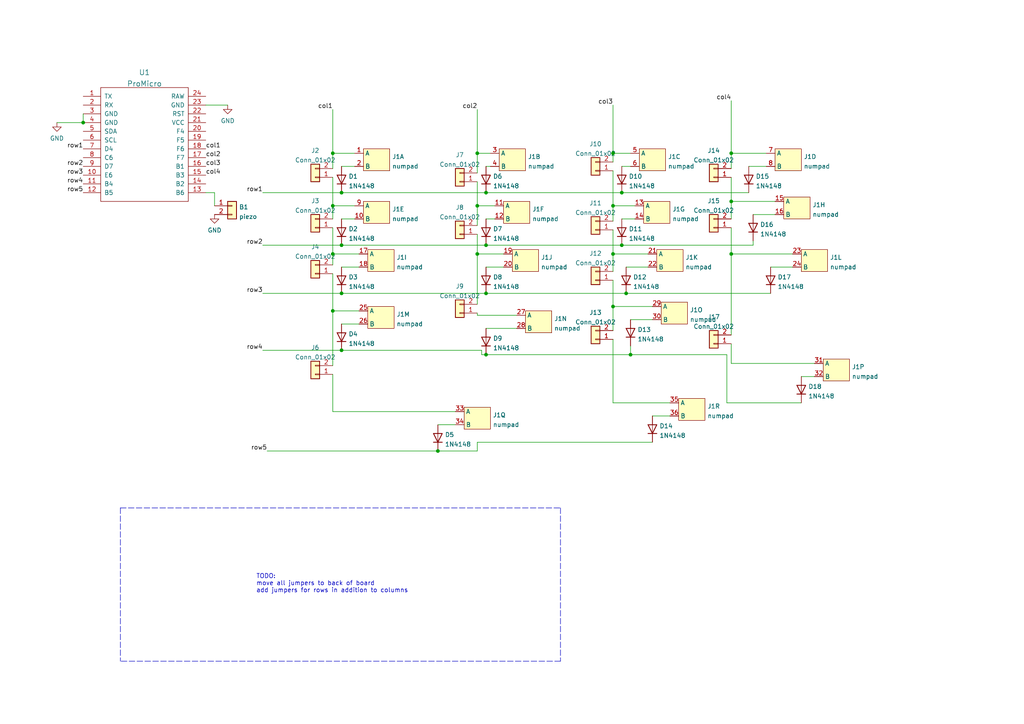
<source format=kicad_sch>
(kicad_sch (version 20211123) (generator eeschema)
  (paper "A4")
  (lib_symbols
    (symbol "Connector_Generic:Conn_01x02" (pin_names (offset 1.016) hide)
      (property "Reference" "J" (at 0 2.54 0))
      (property "Value" "Conn_01x02" (at 0 -5.08 0))
      (symbol "Conn_01x02_1_1"
        (rectangle (start -1.27 -2.413) (end 0 -2.667) (stroke (width 0.1524)))
        (rectangle (start -1.27 0.127) (end 0 -0.127) (stroke (width 0.1524)))
        (rectangle (start -1.27 1.27) (end 1.27 -3.81) (stroke (width 0.254)) (fill (type background)))
        (pin passive line (at -5.08 0 0) (length 3.81) (name "Pin_1") (number "1"))
        (pin passive line (at -5.08 -2.54 0) (length 3.81) (name "Pin_2") (number "2"))
      )
    )
    (symbol "Diode:1N4148" (pin_numbers hide) (pin_names (offset 1.016) hide)
      (property "Reference" "D" (at 0 2.54 0))
      (property "Value" "1N4148" (at 0 -2.54 0))
      (symbol "1N4148_0_1"
        (polyline (pts (xy -1.27 1.27) (xy -1.27 -1.27)) (stroke (width 0.254)))
        (polyline (pts (xy 1.27 0) (xy -1.27 0)))
        (polyline (pts (xy 1.27 1.27) (xy 1.27 -1.27) (xy -1.27 0) (xy 1.27 1.27)) (stroke (width 0.254)))
      )
      (symbol "1N4148_1_1"
        (pin passive line (at -3.81 0 0) (length 2.54) (name "K") (number "1"))
        (pin passive line (at 3.81 0 180) (length 2.54) (name "A") (number "2"))
      )
    )
    (symbol "Evan's misc parts:ProMicro" (pin_names (offset 1.016))
      (property "Reference" "U" (at 0 24.13 0))
      (property "Value" "ProMicro" (at 0 -13.97 0))
      (symbol "ProMicro_0_1"
        (rectangle (start -12.7 21.59) (end 12.7 -11.43))
      )
      (symbol "ProMicro_1_1"
        (pin bidirectional line (at -17.78 19.05 0) (length 5.08) (name "TX") (number "1"))
        (pin bidirectional line (at -17.78 -3.81 0) (length 5.08) (name "E6") (number "10"))
        (pin bidirectional line (at -17.78 -6.35 0) (length 5.08) (name "B4") (number "11"))
        (pin bidirectional line (at -17.78 -8.89 0) (length 5.08) (name "B5") (number "12"))
        (pin bidirectional line (at 17.78 -8.89 180) (length 5.08) (name "B6") (number "13"))
        (pin bidirectional line (at 17.78 -6.35 180) (length 5.08) (name "B2") (number "14"))
        (pin bidirectional line (at 17.78 -3.81 180) (length 5.08) (name "B3") (number "15"))
        (pin bidirectional line (at 17.78 -1.27 180) (length 5.08) (name "B1") (number "16"))
        (pin bidirectional line (at 17.78 1.27 180) (length 5.08) (name "F7") (number "17"))
        (pin bidirectional line (at 17.78 3.81 180) (length 5.08) (name "F6") (number "18"))
        (pin bidirectional line (at 17.78 6.35 180) (length 5.08) (name "F5") (number "19"))
        (pin bidirectional line (at -17.78 16.51 0) (length 5.08) (name "RX") (number "2"))
        (pin bidirectional line (at 17.78 8.89 180) (length 5.08) (name "F4") (number "20"))
        (pin power_in line (at 17.78 11.43 180) (length 5.08) (name "VCC") (number "21"))
        (pin input line (at 17.78 13.97 180) (length 5.08) (name "RST") (number "22"))
        (pin power_in line (at 17.78 16.51 180) (length 5.08) (name "GND") (number "23"))
        (pin power_out line (at 17.78 19.05 180) (length 5.08) (name "RAW") (number "24"))
        (pin power_in line (at -17.78 13.97 0) (length 5.08) (name "GND") (number "3"))
        (pin power_in line (at -17.78 11.43 0) (length 5.08) (name "GND") (number "4"))
        (pin bidirectional line (at -17.78 8.89 0) (length 5.08) (name "SDA") (number "5"))
        (pin bidirectional line (at -17.78 6.35 0) (length 5.08) (name "SCL") (number "6"))
        (pin bidirectional line (at -17.78 3.81 0) (length 5.08) (name "D4") (number "7"))
        (pin bidirectional line (at -17.78 1.27 0) (length 5.08) (name "C6") (number "8"))
        (pin bidirectional line (at -17.78 -1.27 0) (length 5.08) (name "D7") (number "9"))
      )
    )
    (symbol "Evan's misc parts:electronicsgoldmine_numpad"
      (property "Reference" "J" (at 0 0 0))
      (property "Value" "electronicsgoldmine_numpad" (at 0 2.54 0))
      (symbol "electronicsgoldmine_numpad_0_1"
        (rectangle (start 0 -1.27) (end 7.62 -7.62) (stroke (width 0.1524)) (fill (type background)))
      )
      (symbol "electronicsgoldmine_numpad_1_1"
        (pin input line (at -2.54 -2.54 0) (length 2.54) (name "A") (number "1"))
        (pin input line (at -2.54 -6.35 0) (length 2.54) (name "B") (number "2"))
      )
      (symbol "electronicsgoldmine_numpad_2_1"
        (pin input line (at -2.54 -2.54 0) (length 2.54) (name "A") (number "3"))
        (pin input line (at -2.54 -6.35 0) (length 2.54) (name "B") (number "4"))
      )
      (symbol "electronicsgoldmine_numpad_3_1"
        (pin input line (at -2.54 -2.54 0) (length 2.54) (name "A") (number "5"))
        (pin input line (at -2.54 -6.35 0) (length 2.54) (name "B") (number "6"))
      )
      (symbol "electronicsgoldmine_numpad_4_1"
        (pin input line (at -2.54 -2.54 0) (length 2.54) (name "A") (number "7"))
        (pin input line (at -2.54 -6.35 0) (length 2.54) (name "B") (number "8"))
      )
      (symbol "electronicsgoldmine_numpad_5_1"
        (pin input line (at -2.54 -6.35 0) (length 2.54) (name "B") (number "10"))
        (pin input line (at -2.54 -2.54 0) (length 2.54) (name "A") (number "9"))
      )
      (symbol "electronicsgoldmine_numpad_6_1"
        (pin input line (at -2.54 -2.54 0) (length 2.54) (name "A") (number "11"))
        (pin input line (at -2.54 -6.35 0) (length 2.54) (name "B") (number "12"))
      )
      (symbol "electronicsgoldmine_numpad_7_1"
        (pin input line (at -2.54 -2.54 0) (length 2.54) (name "A") (number "13"))
        (pin input line (at -2.54 -6.35 0) (length 2.54) (name "B") (number "14"))
      )
      (symbol "electronicsgoldmine_numpad_8_1"
        (pin input line (at -2.54 -2.54 0) (length 2.54) (name "A") (number "15"))
        (pin input line (at -2.54 -6.35 0) (length 2.54) (name "B") (number "16"))
      )
      (symbol "electronicsgoldmine_numpad_9_1"
        (pin input line (at -2.54 -2.54 0) (length 2.54) (name "A") (number "17"))
        (pin input line (at -2.54 -6.35 0) (length 2.54) (name "B") (number "18"))
      )
      (symbol "electronicsgoldmine_numpad_10_1"
        (pin input line (at -2.54 -2.54 0) (length 2.54) (name "A") (number "19"))
        (pin input line (at -2.54 -6.35 0) (length 2.54) (name "B") (number "20"))
      )
      (symbol "electronicsgoldmine_numpad_11_1"
        (pin input line (at -2.54 -2.54 0) (length 2.54) (name "A") (number "21"))
        (pin input line (at -2.54 -6.35 0) (length 2.54) (name "B") (number "22"))
      )
      (symbol "electronicsgoldmine_numpad_12_1"
        (pin input line (at -2.54 -2.54 0) (length 2.54) (name "A") (number "23"))
        (pin input line (at -2.54 -6.35 0) (length 2.54) (name "B") (number "24"))
      )
      (symbol "electronicsgoldmine_numpad_13_1"
        (pin input line (at -2.54 -2.54 0) (length 2.54) (name "A") (number "25"))
        (pin input line (at -2.54 -6.35 0) (length 2.54) (name "B") (number "26"))
      )
      (symbol "electronicsgoldmine_numpad_14_1"
        (pin input line (at -2.54 -2.54 0) (length 2.54) (name "A") (number "27"))
        (pin input line (at -2.54 -6.35 0) (length 2.54) (name "B") (number "28"))
      )
      (symbol "electronicsgoldmine_numpad_15_1"
        (pin input line (at -2.54 -2.54 0) (length 2.54) (name "A") (number "29"))
        (pin input line (at -2.54 -6.35 0) (length 2.54) (name "B") (number "30"))
      )
      (symbol "electronicsgoldmine_numpad_16_1"
        (pin input line (at -2.54 -2.54 0) (length 2.54) (name "A") (number "31"))
        (pin input line (at -2.54 -6.35 0) (length 2.54) (name "B") (number "32"))
      )
      (symbol "electronicsgoldmine_numpad_17_1"
        (pin input line (at -2.54 -2.54 0) (length 2.54) (name "A") (number "33"))
        (pin input line (at -2.54 -6.35 0) (length 2.54) (name "B") (number "34"))
      )
      (symbol "electronicsgoldmine_numpad_18_1"
        (pin input line (at -2.54 -2.54 0) (length 2.54) (name "A") (number "35"))
        (pin input line (at -2.54 -6.35 0) (length 2.54) (name "B") (number "36"))
      )
    )
    (symbol "power:GND" (power) (pin_names (offset 0))
      (property "Value" "GND" (at 0 -3.81 0))
      (symbol "GND_0_1"
        (polyline (pts (xy 0 0) (xy 0 -1.27) (xy 1.27 -1.27) (xy 0 -2.54) (xy -1.27 -1.27) (xy 0 -1.27)))
      )
      (symbol "GND_1_1"
        (pin power_in line (at 0 0 270) (length 0) hide (name "GND") (number "1"))
      )
    )
  )
  (junction (at 212.09 73.66))
  (junction (at 96.52 73.66))
  (junction (at 177.8 88.9))
  (junction (at 96.52 44.45))
  (junction (at 182.88 102.87))
  (junction (at 177.8 59.69))
  (junction (at 212.09 44.45))
  (junction (at 177.8 73.66))
  (junction (at 96.52 90.17))
  (junction (at 99.06 55.88))
  (junction (at 24.13 35.56))
  (junction (at 99.06 101.6))
  (junction (at 138.43 44.45))
  (junction (at 140.97 71.12))
  (junction (at 180.34 55.88))
  (junction (at 138.43 59.69))
  (junction (at 127 130.81))
  (junction (at 177.8 44.45))
  (junction (at 138.43 73.66))
  (junction (at 180.34 71.12))
  (junction (at 212.09 58.42))
  (junction (at 140.97 85.09))
  (junction (at 99.06 85.09))
  (junction (at 140.97 55.88))
  (junction (at 99.06 71.12))
  (junction (at 96.52 59.69))
  (junction (at 181.61 85.09))
  (junction (at 140.97 102.87))
  (wire (pts (xy 212.09 73.66) (xy 212.09 97.155)))
  (wire (pts (xy 59.69 30.48) (xy 66.04 30.48)))
  (wire (pts (xy 138.43 128.27) (xy 138.43 130.81)))
  (wire (pts (xy 138.43 90.805) (xy 138.43 91.44)))
  (wire (pts (xy 76.2 71.12) (xy 99.06 71.12)))
  (wire (pts (xy 62.23 59.69) (xy 62.23 55.88)))
  (wire (pts (xy 77.47 130.81) (xy 127 130.81)))
  (wire (pts (xy 212.09 58.42) (xy 224.79 58.42)))
  (polyline (pts (xy 34.925 147.32) (xy 34.925 191.77)))
  (wire (pts (xy 212.09 99.695) (xy 212.09 105.41)))
  (wire (pts (xy 177.8 88.9) (xy 189.23 88.9)))
  (wire (pts (xy 177.8 44.45) (xy 177.8 46.99)))
  (wire (pts (xy 180.34 48.26) (xy 182.88 48.26)))
  (wire (pts (xy 138.43 31.75) (xy 138.43 44.45)))
  (wire (pts (xy 180.34 71.12) (xy 218.44 71.12)))
  (polyline (pts (xy 34.925 147.32) (xy 162.56 147.32)))
  (wire (pts (xy 212.09 105.41) (xy 236.22 105.41)))
  (wire (pts (xy 96.52 59.69) (xy 102.87 59.69)))
  (wire (pts (xy 24.13 33.02) (xy 24.13 35.56)))
  (wire (pts (xy 16.51 35.56) (xy 24.13 35.56)))
  (wire (pts (xy 140.97 55.88) (xy 180.34 55.88)))
  (wire (pts (xy 223.52 77.47) (xy 229.87 77.47)))
  (wire (pts (xy 217.17 48.26) (xy 222.25 48.26)))
  (wire (pts (xy 138.43 44.45) (xy 142.24 44.45)))
  (wire (pts (xy 181.61 77.47) (xy 187.96 77.47)))
  (wire (pts (xy 96.52 31.75) (xy 96.52 44.45)))
  (wire (pts (xy 99.06 77.47) (xy 104.14 77.47)))
  (wire (pts (xy 140.97 77.47) (xy 146.05 77.47)))
  (wire (pts (xy 96.52 59.69) (xy 96.52 63.5)))
  (wire (pts (xy 218.44 71.12) (xy 218.44 69.85)))
  (wire (pts (xy 177.8 44.45) (xy 182.88 44.45)))
  (wire (pts (xy 138.43 91.44) (xy 149.86 91.44)))
  (wire (pts (xy 138.43 59.69) (xy 143.51 59.69)))
  (polyline (pts (xy 162.56 147.32) (xy 162.56 191.77)))
  (wire (pts (xy 212.09 44.45) (xy 212.09 48.895)))
  (wire (pts (xy 182.88 102.87) (xy 210.82 102.87)))
  (wire (pts (xy 99.06 48.26) (xy 102.87 48.26)))
  (wire (pts (xy 127 123.19) (xy 132.08 123.19)))
  (wire (pts (xy 140.97 71.12) (xy 180.34 71.12)))
  (wire (pts (xy 177.8 73.66) (xy 187.96 73.66)))
  (wire (pts (xy 76.2 55.88) (xy 99.06 55.88)))
  (wire (pts (xy 140.97 85.09) (xy 181.61 85.09)))
  (wire (pts (xy 96.52 108.585) (xy 96.52 119.38)))
  (wire (pts (xy 140.97 48.26) (xy 142.24 48.26)))
  (wire (pts (xy 96.52 90.17) (xy 96.52 106.045)))
  (wire (pts (xy 138.43 44.45) (xy 138.43 50.165)))
  (wire (pts (xy 232.41 109.22) (xy 236.22 109.22)))
  (wire (pts (xy 99.06 55.88) (xy 140.97 55.88)))
  (wire (pts (xy 139.7 101.6) (xy 139.7 102.87)))
  (wire (pts (xy 182.88 102.87) (xy 182.88 100.33)))
  (wire (pts (xy 181.61 85.09) (xy 223.52 85.09)))
  (wire (pts (xy 177.8 49.53) (xy 177.8 59.69)))
  (wire (pts (xy 140.97 102.87) (xy 182.88 102.87)))
  (wire (pts (xy 140.97 95.25) (xy 149.86 95.25)))
  (wire (pts (xy 138.43 130.81) (xy 127 130.81)))
  (wire (pts (xy 212.09 73.66) (xy 229.87 73.66)))
  (wire (pts (xy 96.52 66.04) (xy 96.52 73.66)))
  (wire (pts (xy 76.2 101.6) (xy 99.06 101.6)))
  (wire (pts (xy 177.8 116.84) (xy 194.31 116.84)))
  (wire (pts (xy 177.8 59.69) (xy 184.15 59.69)))
  (wire (pts (xy 189.23 128.27) (xy 138.43 128.27)))
  (wire (pts (xy 139.7 102.87) (xy 140.97 102.87)))
  (wire (pts (xy 96.52 44.45) (xy 102.87 44.45)))
  (wire (pts (xy 212.09 66.04) (xy 212.09 73.66)))
  (wire (pts (xy 210.82 116.84) (xy 232.41 116.84)))
  (wire (pts (xy 212.09 44.45) (xy 222.25 44.45)))
  (wire (pts (xy 138.43 73.66) (xy 146.05 73.66)))
  (wire (pts (xy 180.34 63.5) (xy 184.15 63.5)))
  (wire (pts (xy 99.06 71.12) (xy 140.97 71.12)))
  (wire (pts (xy 138.43 52.705) (xy 138.43 59.69)))
  (wire (pts (xy 177.8 73.66) (xy 177.8 78.74)))
  (wire (pts (xy 212.09 29.21) (xy 212.09 44.45)))
  (wire (pts (xy 177.8 81.28) (xy 177.8 88.9)))
  (wire (pts (xy 99.06 63.5) (xy 102.87 63.5)))
  (wire (pts (xy 96.52 73.66) (xy 104.14 73.66)))
  (wire (pts (xy 182.88 92.71) (xy 189.23 92.71)))
  (wire (pts (xy 218.44 62.23) (xy 224.79 62.23)))
  (wire (pts (xy 177.8 66.675) (xy 177.8 73.66)))
  (wire (pts (xy 138.43 59.69) (xy 138.43 65.405)))
  (polyline (pts (xy 162.56 191.77) (xy 34.925 191.77)))
  (wire (pts (xy 96.52 44.45) (xy 96.52 48.895)))
  (wire (pts (xy 212.09 58.42) (xy 212.09 63.5)))
  (wire (pts (xy 96.52 90.17) (xy 104.14 90.17)))
  (wire (pts (xy 212.09 51.435) (xy 212.09 58.42)))
  (wire (pts (xy 76.2 85.09) (xy 99.06 85.09)))
  (wire (pts (xy 99.06 101.6) (xy 139.7 101.6)))
  (wire (pts (xy 62.23 55.88) (xy 59.69 55.88)))
  (wire (pts (xy 96.52 119.38) (xy 132.08 119.38)))
  (wire (pts (xy 177.8 88.9) (xy 177.8 95.885)))
  (wire (pts (xy 180.34 55.88) (xy 217.17 55.88)))
  (wire (pts (xy 138.43 67.945) (xy 138.43 73.66)))
  (wire (pts (xy 189.23 120.65) (xy 194.31 120.65)))
  (wire (pts (xy 96.52 73.66) (xy 96.52 76.835)))
  (wire (pts (xy 177.8 59.69) (xy 177.8 64.135)))
  (wire (pts (xy 210.82 102.87) (xy 210.82 116.84)))
  (wire (pts (xy 96.52 79.375) (xy 96.52 90.17)))
  (wire (pts (xy 177.8 98.425) (xy 177.8 116.84)))
  (wire (pts (xy 138.43 73.66) (xy 138.43 88.265)))
  (wire (pts (xy 99.06 85.09) (xy 140.97 85.09)))
  (wire (pts (xy 177.8 30.48) (xy 177.8 44.45)))
  (wire (pts (xy 99.06 93.98) (xy 104.14 93.98)))
  (wire (pts (xy 96.52 51.435) (xy 96.52 59.69)))
  (wire (pts (xy 140.97 63.5) (xy 143.51 63.5)))
  (text "TODO:\nmove all jumpers to back of board\nadd jumpers for rows in addition to columns" (at 74.295 172.085 0) (effects (font (size 1.27 1.27)) (justify left bottom)))
  (label "row2" (at 76.2 71.12 180))
  (label "col1" (at 59.69 43.18 0))
  (label "col3" (at 177.8 30.48 180))
  (label "row4" (at 24.13 53.34 180))
  (label "row5" (at 24.13 55.88 180))
  (label "col4" (at 212.09 29.21 180))
  (label "row3" (at 24.13 50.8 180))
  (label "row1" (at 24.13 43.18 180))
  (label "row4" (at 76.2 101.6 180))
  (label "col2" (at 59.69 45.72 0))
  (label "col1" (at 96.52 31.75 180))
  (label "row1" (at 76.2 55.88 180))
  (label "col4" (at 59.69 50.8 0))
  (label "col3" (at 59.69 48.26 0))
  (label "row3" (at 76.2 85.09 180))
  (label "row2" (at 24.13 48.26 180))
  (label "col2" (at 138.43 31.75 180))
  (label "row5" (at 77.47 130.81 180))
  (symbol (lib_id "Evan's misc parts:electronicsgoldmine_numpad") (at 106.68 87.63 0) (unit 13)
    (property "Reference" "J1" (at 115.0112 91.1665 0) (effects (justify left)))
    (property "Value" "numpad" (at 115.0112 93.9416 0) (effects (justify left)))
    (property "Footprint" "Evan's misc parts:electronicsgoldmine_numpad" (effects hide))
  )
  (symbol (lib_id "Evan's misc parts:electronicsgoldmine_numpad") (at 105.41 41.91 0) (unit 1)
    (property "Reference" "J1" (at 113.7412 45.4465 0) (effects (justify left)))
    (property "Value" "numpad" (at 113.7412 48.2216 0) (effects (justify left)))
    (property "Footprint" "Evan's misc parts:electronicsgoldmine_numpad" (effects hide))
  )
  (symbol (lib_id "Connector_Generic:Conn_01x02") (at 91.44 51.435 180) (unit 1)
    (property "Reference" "J2" (at 91.44 43.6585 0))
    (property "Value" "Conn_01x02" (at 91.44 46.4336 0))
    (property "Footprint" "Jumper:SolderJumper-2_P1.3mm_Open_TrianglePad1.0x1.5mm" (effects hide))
  )
  (symbol (lib_id "Evan's misc parts:electronicsgoldmine_numpad") (at 105.41 57.15 0) (unit 5)
    (property "Reference" "J1" (at 113.7412 60.6865 0) (effects (justify left)))
    (property "Value" "numpad" (at 113.7412 63.4616 0) (effects (justify left)))
    (property "Footprint" "Evan's misc parts:electronicsgoldmine_numpad" (effects hide))
  )
  (symbol (lib_id "Evan's misc parts:electronicsgoldmine_numpad") (at 146.05 57.15 0) (unit 6)
    (property "Reference" "J1" (at 154.3812 60.6865 0) (effects (justify left)))
    (property "Value" "numpad" (at 154.3812 63.4616 0) (effects (justify left)))
    (property "Footprint" "Evan's misc parts:electronicsgoldmine_numpad" (effects hide))
  )
  (symbol (lib_id "Diode:1N4148") (at 217.17 52.07 90) (unit 1)
    (property "Reference" "D15" (at 219.202 51.1615 90) (effects (justify right)))
    (property "Value" "1N4148" (at 219.202 53.9366 90) (effects (justify right)))
    (property "Footprint" "Diode_SMD:D_SOD-123F" (effects hide))
    (property "Datasheet" "https://assets.nexperia.com/documents/data-sheet/1N4148_1N4448.pdf" (effects hide))
  )
  (symbol (lib_id "Connector_Generic:Conn_01x02") (at 172.72 98.425 180) (unit 1)
    (property "Reference" "J13" (at 172.72 90.6485 0))
    (property "Value" "Conn_01x02" (at 172.72 93.4236 0))
    (property "Footprint" "Jumper:SolderJumper-2_P1.3mm_Open_TrianglePad1.0x1.5mm" (effects hide))
  )
  (symbol (lib_id "Evan's misc parts:electronicsgoldmine_numpad") (at 144.78 41.91 0) (unit 2)
    (property "Reference" "J1" (at 153.1112 45.4465 0) (effects (justify left)))
    (property "Value" "numpad" (at 153.1112 48.2216 0) (effects (justify left)))
    (property "Footprint" "Evan's misc parts:electronicsgoldmine_numpad" (effects hide))
  )
  (symbol (lib_id "Diode:1N4148") (at 180.34 52.07 90) (unit 1)
    (property "Reference" "D10" (at 182.372 51.1615 90) (effects (justify right)))
    (property "Value" "1N4148" (at 182.372 53.9366 90) (effects (justify right)))
    (property "Footprint" "Diode_SMD:D_SOD-123F" (effects hide))
    (property "Datasheet" "https://assets.nexperia.com/documents/data-sheet/1N4148_1N4448.pdf" (effects hide))
  )
  (symbol (lib_id "Diode:1N4148") (at 182.88 96.52 90) (unit 1)
    (property "Reference" "D13" (at 184.912 95.6115 90) (effects (justify right)))
    (property "Value" "1N4148" (at 184.912 98.3866 90) (effects (justify right)))
    (property "Footprint" "Diode_SMD:D_SOD-123F" (effects hide))
    (property "Datasheet" "https://assets.nexperia.com/documents/data-sheet/1N4148_1N4448.pdf" (effects hide))
  )
  (symbol (lib_id "Connector_Generic:Conn_01x02") (at 172.72 49.53 180) (unit 1)
    (property "Reference" "J10" (at 172.72 41.7535 0))
    (property "Value" "Conn_01x02" (at 172.72 44.5286 0))
    (property "Footprint" "Jumper:SolderJumper-2_P1.3mm_Open_TrianglePad1.0x1.5mm" (effects hide))
  )
  (symbol (lib_id "Diode:1N4148") (at 189.23 124.46 90) (unit 1)
    (property "Reference" "D14" (at 191.262 123.5515 90) (effects (justify right)))
    (property "Value" "1N4148" (at 191.262 126.3266 90) (effects (justify right)))
    (property "Footprint" "Diode_SMD:D_SOD-123F" (effects hide))
    (property "Datasheet" "https://assets.nexperia.com/documents/data-sheet/1N4148_1N4448.pdf" (effects hide))
  )
  (symbol (lib_id "Diode:1N4148") (at 127 127 90) (unit 1)
    (property "Reference" "D5" (at 129.032 126.0915 90) (effects (justify right)))
    (property "Value" "1N4148" (at 129.032 128.8666 90) (effects (justify right)))
    (property "Footprint" "Diode_SMD:D_SOD-123F" (effects hide))
    (property "Datasheet" "https://assets.nexperia.com/documents/data-sheet/1N4148_1N4448.pdf" (effects hide))
  )
  (symbol (lib_id "Diode:1N4148") (at 99.06 52.07 90) (unit 1)
    (property "Reference" "D1" (at 101.092 51.1615 90) (effects (justify right)))
    (property "Value" "1N4148" (at 101.092 53.9366 90) (effects (justify right)))
    (property "Footprint" "Diode_SMD:D_SOD-123F" (effects hide))
    (property "Datasheet" "https://assets.nexperia.com/documents/data-sheet/1N4148_1N4448.pdf" (effects hide))
  )
  (symbol (lib_id "Connector_Generic:Conn_01x02") (at 207.01 51.435 180) (unit 1)
    (property "Reference" "J14" (at 207.01 43.6585 0))
    (property "Value" "Conn_01x02" (at 207.01 46.4336 0))
    (property "Footprint" "Jumper:SolderJumper-2_P1.3mm_Open_TrianglePad1.0x1.5mm" (effects hide))
  )
  (symbol (lib_id "Connector_Generic:Conn_01x02") (at 207.01 99.695 180) (unit 1)
    (property "Reference" "J17" (at 207.01 91.9185 0))
    (property "Value" "Conn_01x02" (at 207.01 94.6936 0))
    (property "Footprint" "Jumper:SolderJumper-2_P1.3mm_Open_TrianglePad1.0x1.5mm" (effects hide))
  )
  (symbol (lib_id "Connector_Generic:Conn_01x02") (at 172.72 81.28 180) (unit 1)
    (property "Reference" "J12" (at 172.72 73.5035 0))
    (property "Value" "Conn_01x02" (at 172.72 76.2786 0))
    (property "Footprint" "Jumper:SolderJumper-2_P1.3mm_Open_TrianglePad1.0x1.5mm" (effects hide))
  )
  (symbol (lib_id "Evan's misc parts:electronicsgoldmine_numpad") (at 227.33 55.88 0) (unit 8)
    (property "Reference" "J1" (at 235.6612 59.4165 0) (effects (justify left)))
    (property "Value" "numpad" (at 235.6612 62.1916 0) (effects (justify left)))
    (property "Footprint" "Evan's misc parts:electronicsgoldmine_numpad" (effects hide))
  )
  (symbol (lib_id "Evan's misc parts:electronicsgoldmine_numpad") (at 191.77 86.36 0) (unit 15)
    (property "Reference" "J1" (at 200.1012 89.8965 0) (effects (justify left)))
    (property "Value" "numpad" (at 200.1012 92.6716 0) (effects (justify left)))
    (property "Footprint" "Evan's misc parts:electronicsgoldmine_numpad" (effects hide))
  )
  (symbol (lib_id "Connector_Generic:Conn_01x02") (at 91.44 66.04 180) (unit 1)
    (property "Reference" "J3" (at 91.44 58.2635 0))
    (property "Value" "Conn_01x02" (at 91.44 61.0386 0))
    (property "Footprint" "Jumper:SolderJumper-2_P1.3mm_Open_TrianglePad1.0x1.5mm" (effects hide))
  )
  (symbol (lib_id "Evan's misc parts:electronicsgoldmine_numpad") (at 148.59 71.12 0) (unit 10)
    (property "Reference" "J1" (at 156.9212 74.6565 0) (effects (justify left)))
    (property "Value" "numpad" (at 156.9212 77.4316 0) (effects (justify left)))
    (property "Footprint" "Evan's misc parts:electronicsgoldmine_numpad" (effects hide))
  )
  (symbol (lib_id "Connector_Generic:Conn_01x02") (at 133.35 90.805 180) (unit 1)
    (property "Reference" "J9" (at 133.35 83.0285 0))
    (property "Value" "Conn_01x02" (at 133.35 85.8036 0))
    (property "Footprint" "Jumper:SolderJumper-2_P1.3mm_Open_TrianglePad1.0x1.5mm" (effects hide))
  )
  (symbol (lib_id "Connector_Generic:Conn_01x02") (at 172.72 66.675 180) (unit 1)
    (property "Reference" "J11" (at 172.72 58.8985 0))
    (property "Value" "Conn_01x02" (at 172.72 61.6736 0))
    (property "Footprint" "Jumper:SolderJumper-2_P1.3mm_Open_TrianglePad1.0x1.5mm" (effects hide))
  )
  (symbol (lib_id "Evan's misc parts:electronicsgoldmine_numpad") (at 232.41 71.12 0) (unit 12)
    (property "Reference" "J1" (at 240.7412 74.6565 0) (effects (justify left)))
    (property "Value" "numpad" (at 240.7412 77.4316 0) (effects (justify left)))
    (property "Footprint" "Evan's misc parts:electronicsgoldmine_numpad" (effects hide))
  )
  (symbol (lib_id "Diode:1N4148") (at 232.41 113.03 90) (unit 1)
    (property "Reference" "D18" (at 234.442 112.1215 90) (effects (justify right)))
    (property "Value" "1N4148" (at 234.442 114.8966 90) (effects (justify right)))
    (property "Footprint" "Diode_SMD:D_SOD-123F" (effects hide))
    (property "Datasheet" "https://assets.nexperia.com/documents/data-sheet/1N4148_1N4448.pdf" (effects hide))
  )
  (symbol (lib_id "Connector_Generic:Conn_01x02") (at 91.44 79.375 180) (unit 1)
    (property "Reference" "J4" (at 91.44 71.5985 0))
    (property "Value" "Conn_01x02" (at 91.44 74.3736 0))
    (property "Footprint" "Jumper:SolderJumper-2_P1.3mm_Open_TrianglePad1.0x1.5mm" (effects hide))
  )
  (symbol (lib_id "Diode:1N4148") (at 218.44 66.04 90) (unit 1)
    (property "Reference" "D16" (at 220.472 65.1315 90) (effects (justify right)))
    (property "Value" "1N4148" (at 220.472 67.9066 90) (effects (justify right)))
    (property "Footprint" "Diode_SMD:D_SOD-123F" (effects hide))
    (property "Datasheet" "https://assets.nexperia.com/documents/data-sheet/1N4148_1N4448.pdf" (effects hide))
  )
  (symbol (lib_id "Diode:1N4148") (at 180.34 67.31 90) (unit 1)
    (property "Reference" "D11" (at 182.372 66.4015 90) (effects (justify right)))
    (property "Value" "1N4148" (at 182.372 69.1766 90) (effects (justify right)))
    (property "Footprint" "Diode_SMD:D_SOD-123F" (effects hide))
    (property "Datasheet" "https://assets.nexperia.com/documents/data-sheet/1N4148_1N4448.pdf" (effects hide))
  )
  (symbol (lib_id "Diode:1N4148") (at 223.52 81.28 90) (unit 1)
    (property "Reference" "D17" (at 225.552 80.3715 90) (effects (justify right)))
    (property "Value" "1N4148" (at 225.552 83.1466 90) (effects (justify right)))
    (property "Footprint" "Diode_SMD:D_SOD-123F" (effects hide))
    (property "Datasheet" "https://assets.nexperia.com/documents/data-sheet/1N4148_1N4448.pdf" (effects hide))
  )
  (symbol (lib_id "Evan's misc parts:electronicsgoldmine_numpad") (at 196.85 114.3 0) (unit 18)
    (property "Reference" "J1" (at 205.1812 117.8365 0) (effects (justify left)))
    (property "Value" "numpad" (at 205.1812 120.6116 0) (effects (justify left)))
    (property "Footprint" "Evan's misc parts:electronicsgoldmine_numpad" (effects hide))
  )
  (symbol (lib_id "Evan's misc parts:electronicsgoldmine_numpad") (at 186.69 57.15 0) (unit 7)
    (property "Reference" "J1" (at 195.0212 60.6865 0) (effects (justify left)))
    (property "Value" "numpad" (at 195.0212 63.4616 0) (effects (justify left)))
    (property "Footprint" "Evan's misc parts:electronicsgoldmine_numpad" (effects hide))
  )
  (symbol (lib_id "Connector_Generic:Conn_01x02") (at 207.01 66.04 180) (unit 1)
    (property "Reference" "J15" (at 207.01 58.2635 0))
    (property "Value" "Conn_01x02" (at 207.01 61.0386 0))
    (property "Footprint" "Jumper:SolderJumper-2_P1.3mm_Open_TrianglePad1.0x1.5mm" (effects hide))
  )
  (symbol (lib_id "power:GND") (at 16.51 35.56 0) (unit 1)
    (property "Reference" "#PWR01" (effects hide))
    (property "Value" "GND" (at 16.51 40.1225 0))
  )
  (symbol (lib_id "Connector_Generic:Conn_01x02") (at 67.31 59.69 0) (unit 1)
    (property "Reference" "B1" (at 69.342 60.0515 0) (effects (justify left)))
    (property "Value" "piezo" (at 69.342 62.8266 0) (effects (justify left)))
    (property "Footprint" "Connector_PinHeader_2.54mm:PinHeader_1x02_P2.54mm_Vertical" (effects hide))
  )
  (symbol (lib_id "Connector_Generic:Conn_01x02") (at 133.35 52.705 180) (unit 1)
    (property "Reference" "J7" (at 133.35 44.9285 0))
    (property "Value" "Conn_01x02" (at 133.35 47.7036 0))
    (property "Footprint" "Jumper:SolderJumper-2_P1.3mm_Open_TrianglePad1.0x1.5mm" (effects hide))
  )
  (symbol (lib_id "Diode:1N4148") (at 140.97 67.31 90) (unit 1)
    (property "Reference" "D7" (at 143.002 66.4015 90) (effects (justify right)))
    (property "Value" "1N4148" (at 143.002 69.1766 90) (effects (justify right)))
    (property "Footprint" "Diode_SMD:D_SOD-123F" (effects hide))
    (property "Datasheet" "https://assets.nexperia.com/documents/data-sheet/1N4148_1N4448.pdf" (effects hide))
  )
  (symbol (lib_id "power:GND") (at 62.23 62.23 0) (unit 1)
    (property "Reference" "#PWR02" (effects hide))
    (property "Value" "GND" (at 62.23 66.7925 0))
  )
  (symbol (lib_id "Diode:1N4148") (at 140.97 99.06 90) (unit 1)
    (property "Reference" "D9" (at 143.002 98.1515 90) (effects (justify right)))
    (property "Value" "1N4148" (at 143.002 100.9266 90) (effects (justify right)))
    (property "Footprint" "Diode_SMD:D_SOD-123F" (effects hide))
    (property "Datasheet" "https://assets.nexperia.com/documents/data-sheet/1N4148_1N4448.pdf" (effects hide))
  )
  (symbol (lib_id "Evan's misc parts:electronicsgoldmine_numpad") (at 224.79 41.91 0) (unit 4)
    (property "Reference" "J1" (at 233.1212 45.4465 0) (effects (justify left)))
    (property "Value" "numpad" (at 233.1212 48.2216 0) (effects (justify left)))
    (property "Footprint" "Evan's misc parts:electronicsgoldmine_numpad" (effects hide))
  )
  (symbol (lib_id "Evan's misc parts:electronicsgoldmine_numpad") (at 185.42 41.91 0) (unit 3)
    (property "Reference" "J1" (at 193.7512 45.4465 0) (effects (justify left)))
    (property "Value" "numpad" (at 193.7512 48.2216 0) (effects (justify left)))
    (property "Footprint" "Evan's misc parts:electronicsgoldmine_numpad" (effects hide))
  )
  (symbol (lib_id "Diode:1N4148") (at 140.97 52.07 90) (unit 1)
    (property "Reference" "D6" (at 143.002 51.1615 90) (effects (justify right)))
    (property "Value" "1N4148" (at 143.002 53.9366 90) (effects (justify right)))
    (property "Footprint" "Diode_SMD:D_SOD-123F" (effects hide))
    (property "Datasheet" "https://assets.nexperia.com/documents/data-sheet/1N4148_1N4448.pdf" (effects hide))
  )
  (symbol (lib_id "Diode:1N4148") (at 140.97 81.28 90) (unit 1)
    (property "Reference" "D8" (at 143.002 80.3715 90) (effects (justify right)))
    (property "Value" "1N4148" (at 143.002 83.1466 90) (effects (justify right)))
    (property "Footprint" "Diode_SMD:D_SOD-123F" (effects hide))
    (property "Datasheet" "https://assets.nexperia.com/documents/data-sheet/1N4148_1N4448.pdf" (effects hide))
  )
  (symbol (lib_id "Diode:1N4148") (at 99.06 67.31 90) (unit 1)
    (property "Reference" "D2" (at 101.092 66.4015 90) (effects (justify right)))
    (property "Value" "1N4148" (at 101.092 69.1766 90) (effects (justify right)))
    (property "Footprint" "Diode_SMD:D_SOD-123F" (effects hide))
    (property "Datasheet" "https://assets.nexperia.com/documents/data-sheet/1N4148_1N4448.pdf" (effects hide))
  )
  (symbol (lib_id "Connector_Generic:Conn_01x02") (at 91.44 108.585 180) (unit 1)
    (property "Reference" "J6" (at 91.44 100.8085 0))
    (property "Value" "Conn_01x02" (at 91.44 103.5836 0))
    (property "Footprint" "Jumper:SolderJumper-2_P1.3mm_Open_TrianglePad1.0x1.5mm" (effects hide))
  )
  (symbol (lib_id "Evan's misc parts:electronicsgoldmine_numpad") (at 152.4 88.9 0) (unit 14)
    (property "Reference" "J1" (at 160.7312 92.4365 0) (effects (justify left)))
    (property "Value" "numpad" (at 160.7312 95.2116 0) (effects (justify left)))
    (property "Footprint" "Evan's misc parts:electronicsgoldmine_numpad" (effects hide))
  )
  (symbol (lib_id "power:GND") (at 66.04 30.48 0) (unit 1)
    (property "Reference" "#PWR03" (effects hide))
    (property "Value" "GND" (at 66.04 35.0425 0))
  )
  (symbol (lib_id "Diode:1N4148") (at 99.06 97.79 90) (unit 1)
    (property "Reference" "D4" (at 101.092 96.8815 90) (effects (justify right)))
    (property "Value" "1N4148" (at 101.092 99.6566 90) (effects (justify right)))
    (property "Footprint" "Diode_SMD:D_SOD-123F" (effects hide))
    (property "Datasheet" "https://assets.nexperia.com/documents/data-sheet/1N4148_1N4448.pdf" (effects hide))
  )
  (symbol (lib_id "Evan's misc parts:ProMicro") (at 41.91 46.99 0) (unit 1)
    (property "Reference" "U1" (at 41.91 20.9961 0) (effects (font (size 1.524 1.524))))
    (property "Value" "ProMicro" (at 41.91 24.2751 0) (effects (font (size 1.524 1.524))))
    (property "Footprint" "Evan's misc parts:ProMicro" (effects hide))
  )
  (symbol (lib_id "Evan's misc parts:electronicsgoldmine_numpad") (at 134.62 116.84 0) (unit 17)
    (property "Reference" "J1" (at 142.9512 120.3765 0) (effects (justify left)))
    (property "Value" "numpad" (at 142.9512 123.1516 0) (effects (justify left)))
    (property "Footprint" "Evan's misc parts:electronicsgoldmine_numpad" (effects hide))
  )
  (symbol (lib_id "Diode:1N4148") (at 181.61 81.28 90) (unit 1)
    (property "Reference" "D12" (at 183.642 80.3715 90) (effects (justify right)))
    (property "Value" "1N4148" (at 183.642 83.1466 90) (effects (justify right)))
    (property "Footprint" "Diode_SMD:D_SOD-123F" (effects hide))
    (property "Datasheet" "https://assets.nexperia.com/documents/data-sheet/1N4148_1N4448.pdf" (effects hide))
  )
  (symbol (lib_id "Diode:1N4148") (at 99.06 81.28 90) (unit 1)
    (property "Reference" "D3" (at 101.092 80.3715 90) (effects (justify right)))
    (property "Value" "1N4148" (at 101.092 83.1466 90) (effects (justify right)))
    (property "Footprint" "Diode_SMD:D_SOD-123F" (effects hide))
    (property "Datasheet" "https://assets.nexperia.com/documents/data-sheet/1N4148_1N4448.pdf" (effects hide))
  )
  (symbol (lib_id "Evan's misc parts:electronicsgoldmine_numpad") (at 106.68 71.12 0) (unit 9)
    (property "Reference" "J1" (at 115.0112 74.6565 0) (effects (justify left)))
    (property "Value" "numpad" (at 115.0112 77.4316 0) (effects (justify left)))
    (property "Footprint" "Evan's misc parts:electronicsgoldmine_numpad" (effects hide))
  )
  (symbol (lib_id "Evan's misc parts:electronicsgoldmine_numpad") (at 238.76 102.87 0) (unit 16)
    (property "Reference" "J1" (at 247.0912 106.4065 0) (effects (justify left)))
    (property "Value" "numpad" (at 247.0912 109.1816 0) (effects (justify left)))
    (property "Footprint" "Evan's misc parts:electronicsgoldmine_numpad" (effects hide))
  )
  (symbol (lib_id "Connector_Generic:Conn_01x02") (at 133.35 67.945 180) (unit 1)
    (property "Reference" "J8" (at 133.35 60.1685 0))
    (property "Value" "Conn_01x02" (at 133.35 62.9436 0))
    (property "Footprint" "Jumper:SolderJumper-2_P1.3mm_Open_TrianglePad1.0x1.5mm" (effects hide))
  )
  (symbol (lib_id "Evan's misc parts:electronicsgoldmine_numpad") (at 190.5 71.12 0) (unit 11)
    (property "Reference" "J1" (at 198.8312 74.6565 0) (effects (justify left)))
    (property "Value" "numpad" (at 198.8312 77.4316 0) (effects (justify left)))
    (property "Footprint" "Evan's misc parts:electronicsgoldmine_numpad" (effects hide))
  )
)
</source>
